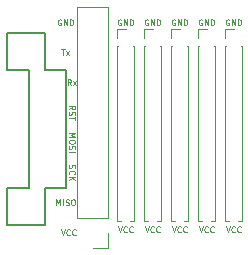
<source format=gbr>
G04 #@! TF.FileFunction,Legend,Top*
%FSLAX46Y46*%
G04 Gerber Fmt 4.6, Leading zero omitted, Abs format (unit mm)*
G04 Created by KiCad (PCBNEW 4.0.7) date Fri Oct 27 13:36:46 2017*
%MOMM*%
%LPD*%
G01*
G04 APERTURE LIST*
%ADD10C,0.100000*%
%ADD11C,0.125000*%
%ADD12C,0.150000*%
%ADD13C,0.120000*%
G04 APERTURE END LIST*
D10*
D11*
X151479334Y-117836190D02*
X151646001Y-118336190D01*
X151812667Y-117836190D01*
X152265048Y-118288571D02*
X152241238Y-118312381D01*
X152169810Y-118336190D01*
X152122191Y-118336190D01*
X152050762Y-118312381D01*
X152003143Y-118264762D01*
X151979334Y-118217143D01*
X151955524Y-118121905D01*
X151955524Y-118050476D01*
X151979334Y-117955238D01*
X152003143Y-117907619D01*
X152050762Y-117860000D01*
X152122191Y-117836190D01*
X152169810Y-117836190D01*
X152241238Y-117860000D01*
X152265048Y-117883810D01*
X152765048Y-118288571D02*
X152741238Y-118312381D01*
X152669810Y-118336190D01*
X152622191Y-118336190D01*
X152550762Y-118312381D01*
X152503143Y-118264762D01*
X152479334Y-118217143D01*
X152455524Y-118121905D01*
X152455524Y-118050476D01*
X152479334Y-117955238D01*
X152503143Y-117907619D01*
X152550762Y-117860000D01*
X152622191Y-117836190D01*
X152669810Y-117836190D01*
X152741238Y-117860000D01*
X152765048Y-117883810D01*
X149193334Y-117836190D02*
X149360001Y-118336190D01*
X149526667Y-117836190D01*
X149979048Y-118288571D02*
X149955238Y-118312381D01*
X149883810Y-118336190D01*
X149836191Y-118336190D01*
X149764762Y-118312381D01*
X149717143Y-118264762D01*
X149693334Y-118217143D01*
X149669524Y-118121905D01*
X149669524Y-118050476D01*
X149693334Y-117955238D01*
X149717143Y-117907619D01*
X149764762Y-117860000D01*
X149836191Y-117836190D01*
X149883810Y-117836190D01*
X149955238Y-117860000D01*
X149979048Y-117883810D01*
X150479048Y-118288571D02*
X150455238Y-118312381D01*
X150383810Y-118336190D01*
X150336191Y-118336190D01*
X150264762Y-118312381D01*
X150217143Y-118264762D01*
X150193334Y-118217143D01*
X150169524Y-118121905D01*
X150169524Y-118050476D01*
X150193334Y-117955238D01*
X150217143Y-117907619D01*
X150264762Y-117860000D01*
X150336191Y-117836190D01*
X150383810Y-117836190D01*
X150455238Y-117860000D01*
X150479048Y-117883810D01*
X146907334Y-117836190D02*
X147074001Y-118336190D01*
X147240667Y-117836190D01*
X147693048Y-118288571D02*
X147669238Y-118312381D01*
X147597810Y-118336190D01*
X147550191Y-118336190D01*
X147478762Y-118312381D01*
X147431143Y-118264762D01*
X147407334Y-118217143D01*
X147383524Y-118121905D01*
X147383524Y-118050476D01*
X147407334Y-117955238D01*
X147431143Y-117907619D01*
X147478762Y-117860000D01*
X147550191Y-117836190D01*
X147597810Y-117836190D01*
X147669238Y-117860000D01*
X147693048Y-117883810D01*
X148193048Y-118288571D02*
X148169238Y-118312381D01*
X148097810Y-118336190D01*
X148050191Y-118336190D01*
X147978762Y-118312381D01*
X147931143Y-118264762D01*
X147907334Y-118217143D01*
X147883524Y-118121905D01*
X147883524Y-118050476D01*
X147907334Y-117955238D01*
X147931143Y-117907619D01*
X147978762Y-117860000D01*
X148050191Y-117836190D01*
X148097810Y-117836190D01*
X148169238Y-117860000D01*
X148193048Y-117883810D01*
X144621334Y-117836190D02*
X144788001Y-118336190D01*
X144954667Y-117836190D01*
X145407048Y-118288571D02*
X145383238Y-118312381D01*
X145311810Y-118336190D01*
X145264191Y-118336190D01*
X145192762Y-118312381D01*
X145145143Y-118264762D01*
X145121334Y-118217143D01*
X145097524Y-118121905D01*
X145097524Y-118050476D01*
X145121334Y-117955238D01*
X145145143Y-117907619D01*
X145192762Y-117860000D01*
X145264191Y-117836190D01*
X145311810Y-117836190D01*
X145383238Y-117860000D01*
X145407048Y-117883810D01*
X145907048Y-118288571D02*
X145883238Y-118312381D01*
X145811810Y-118336190D01*
X145764191Y-118336190D01*
X145692762Y-118312381D01*
X145645143Y-118264762D01*
X145621334Y-118217143D01*
X145597524Y-118121905D01*
X145597524Y-118050476D01*
X145621334Y-117955238D01*
X145645143Y-117907619D01*
X145692762Y-117860000D01*
X145764191Y-117836190D01*
X145811810Y-117836190D01*
X145883238Y-117860000D01*
X145907048Y-117883810D01*
X142335334Y-117836190D02*
X142502001Y-118336190D01*
X142668667Y-117836190D01*
X143121048Y-118288571D02*
X143097238Y-118312381D01*
X143025810Y-118336190D01*
X142978191Y-118336190D01*
X142906762Y-118312381D01*
X142859143Y-118264762D01*
X142835334Y-118217143D01*
X142811524Y-118121905D01*
X142811524Y-118050476D01*
X142835334Y-117955238D01*
X142859143Y-117907619D01*
X142906762Y-117860000D01*
X142978191Y-117836190D01*
X143025810Y-117836190D01*
X143097238Y-117860000D01*
X143121048Y-117883810D01*
X143621048Y-118288571D02*
X143597238Y-118312381D01*
X143525810Y-118336190D01*
X143478191Y-118336190D01*
X143406762Y-118312381D01*
X143359143Y-118264762D01*
X143335334Y-118217143D01*
X143311524Y-118121905D01*
X143311524Y-118050476D01*
X143335334Y-117955238D01*
X143359143Y-117907619D01*
X143406762Y-117860000D01*
X143478191Y-117836190D01*
X143525810Y-117836190D01*
X143597238Y-117860000D01*
X143621048Y-117883810D01*
X151765047Y-100334000D02*
X151717428Y-100310190D01*
X151646000Y-100310190D01*
X151574571Y-100334000D01*
X151526952Y-100381619D01*
X151503143Y-100429238D01*
X151479333Y-100524476D01*
X151479333Y-100595905D01*
X151503143Y-100691143D01*
X151526952Y-100738762D01*
X151574571Y-100786381D01*
X151646000Y-100810190D01*
X151693619Y-100810190D01*
X151765047Y-100786381D01*
X151788857Y-100762571D01*
X151788857Y-100595905D01*
X151693619Y-100595905D01*
X152003143Y-100810190D02*
X152003143Y-100310190D01*
X152288857Y-100810190D01*
X152288857Y-100310190D01*
X152526953Y-100810190D02*
X152526953Y-100310190D01*
X152646000Y-100310190D01*
X152717429Y-100334000D01*
X152765048Y-100381619D01*
X152788857Y-100429238D01*
X152812667Y-100524476D01*
X152812667Y-100595905D01*
X152788857Y-100691143D01*
X152765048Y-100738762D01*
X152717429Y-100786381D01*
X152646000Y-100810190D01*
X152526953Y-100810190D01*
X149479047Y-100334000D02*
X149431428Y-100310190D01*
X149360000Y-100310190D01*
X149288571Y-100334000D01*
X149240952Y-100381619D01*
X149217143Y-100429238D01*
X149193333Y-100524476D01*
X149193333Y-100595905D01*
X149217143Y-100691143D01*
X149240952Y-100738762D01*
X149288571Y-100786381D01*
X149360000Y-100810190D01*
X149407619Y-100810190D01*
X149479047Y-100786381D01*
X149502857Y-100762571D01*
X149502857Y-100595905D01*
X149407619Y-100595905D01*
X149717143Y-100810190D02*
X149717143Y-100310190D01*
X150002857Y-100810190D01*
X150002857Y-100310190D01*
X150240953Y-100810190D02*
X150240953Y-100310190D01*
X150360000Y-100310190D01*
X150431429Y-100334000D01*
X150479048Y-100381619D01*
X150502857Y-100429238D01*
X150526667Y-100524476D01*
X150526667Y-100595905D01*
X150502857Y-100691143D01*
X150479048Y-100738762D01*
X150431429Y-100786381D01*
X150360000Y-100810190D01*
X150240953Y-100810190D01*
X147193047Y-100334000D02*
X147145428Y-100310190D01*
X147074000Y-100310190D01*
X147002571Y-100334000D01*
X146954952Y-100381619D01*
X146931143Y-100429238D01*
X146907333Y-100524476D01*
X146907333Y-100595905D01*
X146931143Y-100691143D01*
X146954952Y-100738762D01*
X147002571Y-100786381D01*
X147074000Y-100810190D01*
X147121619Y-100810190D01*
X147193047Y-100786381D01*
X147216857Y-100762571D01*
X147216857Y-100595905D01*
X147121619Y-100595905D01*
X147431143Y-100810190D02*
X147431143Y-100310190D01*
X147716857Y-100810190D01*
X147716857Y-100310190D01*
X147954953Y-100810190D02*
X147954953Y-100310190D01*
X148074000Y-100310190D01*
X148145429Y-100334000D01*
X148193048Y-100381619D01*
X148216857Y-100429238D01*
X148240667Y-100524476D01*
X148240667Y-100595905D01*
X148216857Y-100691143D01*
X148193048Y-100738762D01*
X148145429Y-100786381D01*
X148074000Y-100810190D01*
X147954953Y-100810190D01*
X144907047Y-100334000D02*
X144859428Y-100310190D01*
X144788000Y-100310190D01*
X144716571Y-100334000D01*
X144668952Y-100381619D01*
X144645143Y-100429238D01*
X144621333Y-100524476D01*
X144621333Y-100595905D01*
X144645143Y-100691143D01*
X144668952Y-100738762D01*
X144716571Y-100786381D01*
X144788000Y-100810190D01*
X144835619Y-100810190D01*
X144907047Y-100786381D01*
X144930857Y-100762571D01*
X144930857Y-100595905D01*
X144835619Y-100595905D01*
X145145143Y-100810190D02*
X145145143Y-100310190D01*
X145430857Y-100810190D01*
X145430857Y-100310190D01*
X145668953Y-100810190D02*
X145668953Y-100310190D01*
X145788000Y-100310190D01*
X145859429Y-100334000D01*
X145907048Y-100381619D01*
X145930857Y-100429238D01*
X145954667Y-100524476D01*
X145954667Y-100595905D01*
X145930857Y-100691143D01*
X145907048Y-100738762D01*
X145859429Y-100786381D01*
X145788000Y-100810190D01*
X145668953Y-100810190D01*
X142621047Y-100334000D02*
X142573428Y-100310190D01*
X142502000Y-100310190D01*
X142430571Y-100334000D01*
X142382952Y-100381619D01*
X142359143Y-100429238D01*
X142335333Y-100524476D01*
X142335333Y-100595905D01*
X142359143Y-100691143D01*
X142382952Y-100738762D01*
X142430571Y-100786381D01*
X142502000Y-100810190D01*
X142549619Y-100810190D01*
X142621047Y-100786381D01*
X142644857Y-100762571D01*
X142644857Y-100595905D01*
X142549619Y-100595905D01*
X142859143Y-100810190D02*
X142859143Y-100310190D01*
X143144857Y-100810190D01*
X143144857Y-100310190D01*
X143382953Y-100810190D02*
X143382953Y-100310190D01*
X143502000Y-100310190D01*
X143573429Y-100334000D01*
X143621048Y-100381619D01*
X143644857Y-100429238D01*
X143668667Y-100524476D01*
X143668667Y-100595905D01*
X143644857Y-100691143D01*
X143621048Y-100738762D01*
X143573429Y-100786381D01*
X143502000Y-100810190D01*
X143382953Y-100810190D01*
X137509334Y-118090190D02*
X137676001Y-118590190D01*
X137842667Y-118090190D01*
X138295048Y-118542571D02*
X138271238Y-118566381D01*
X138199810Y-118590190D01*
X138152191Y-118590190D01*
X138080762Y-118566381D01*
X138033143Y-118518762D01*
X138009334Y-118471143D01*
X137985524Y-118375905D01*
X137985524Y-118304476D01*
X138009334Y-118209238D01*
X138033143Y-118161619D01*
X138080762Y-118114000D01*
X138152191Y-118090190D01*
X138199810Y-118090190D01*
X138271238Y-118114000D01*
X138295048Y-118137810D01*
X138795048Y-118542571D02*
X138771238Y-118566381D01*
X138699810Y-118590190D01*
X138652191Y-118590190D01*
X138580762Y-118566381D01*
X138533143Y-118518762D01*
X138509334Y-118471143D01*
X138485524Y-118375905D01*
X138485524Y-118304476D01*
X138509334Y-118209238D01*
X138533143Y-118161619D01*
X138580762Y-118114000D01*
X138652191Y-118090190D01*
X138699810Y-118090190D01*
X138771238Y-118114000D01*
X138795048Y-118137810D01*
X137136286Y-116050190D02*
X137136286Y-115550190D01*
X137302952Y-115907333D01*
X137469619Y-115550190D01*
X137469619Y-116050190D01*
X137707715Y-116050190D02*
X137707715Y-115550190D01*
X137922000Y-116026381D02*
X137993429Y-116050190D01*
X138112476Y-116050190D01*
X138160095Y-116026381D01*
X138183905Y-116002571D01*
X138207714Y-115954952D01*
X138207714Y-115907333D01*
X138183905Y-115859714D01*
X138160095Y-115835905D01*
X138112476Y-115812095D01*
X138017238Y-115788286D01*
X137969619Y-115764476D01*
X137945810Y-115740667D01*
X137922000Y-115693048D01*
X137922000Y-115645429D01*
X137945810Y-115597810D01*
X137969619Y-115574000D01*
X138017238Y-115550190D01*
X138136286Y-115550190D01*
X138207714Y-115574000D01*
X138517238Y-115550190D02*
X138612476Y-115550190D01*
X138660095Y-115574000D01*
X138707714Y-115621619D01*
X138731523Y-115716857D01*
X138731523Y-115883524D01*
X138707714Y-115978762D01*
X138660095Y-116026381D01*
X138612476Y-116050190D01*
X138517238Y-116050190D01*
X138469619Y-116026381D01*
X138422000Y-115978762D01*
X138398190Y-115883524D01*
X138398190Y-115716857D01*
X138422000Y-115621619D01*
X138469619Y-115574000D01*
X138517238Y-115550190D01*
X138227619Y-112641143D02*
X138203810Y-112712572D01*
X138203810Y-112831619D01*
X138227619Y-112879238D01*
X138251429Y-112903048D01*
X138299048Y-112926857D01*
X138346667Y-112926857D01*
X138394286Y-112903048D01*
X138418095Y-112879238D01*
X138441905Y-112831619D01*
X138465714Y-112736381D01*
X138489524Y-112688762D01*
X138513333Y-112664953D01*
X138560952Y-112641143D01*
X138608571Y-112641143D01*
X138656190Y-112664953D01*
X138680000Y-112688762D01*
X138703810Y-112736381D01*
X138703810Y-112855429D01*
X138680000Y-112926857D01*
X138251429Y-113426857D02*
X138227619Y-113403047D01*
X138203810Y-113331619D01*
X138203810Y-113284000D01*
X138227619Y-113212571D01*
X138275238Y-113164952D01*
X138322857Y-113141143D01*
X138418095Y-113117333D01*
X138489524Y-113117333D01*
X138584762Y-113141143D01*
X138632381Y-113164952D01*
X138680000Y-113212571D01*
X138703810Y-113284000D01*
X138703810Y-113331619D01*
X138680000Y-113403047D01*
X138656190Y-113426857D01*
X138203810Y-113641143D02*
X138703810Y-113641143D01*
X138203810Y-113926857D02*
X138489524Y-113712571D01*
X138703810Y-113926857D02*
X138418095Y-113641143D01*
X138203810Y-109958286D02*
X138703810Y-109958286D01*
X138346667Y-110124952D01*
X138703810Y-110291619D01*
X138203810Y-110291619D01*
X138703810Y-110624953D02*
X138703810Y-110720191D01*
X138680000Y-110767810D01*
X138632381Y-110815429D01*
X138537143Y-110839238D01*
X138370476Y-110839238D01*
X138275238Y-110815429D01*
X138227619Y-110767810D01*
X138203810Y-110720191D01*
X138203810Y-110624953D01*
X138227619Y-110577334D01*
X138275238Y-110529715D01*
X138370476Y-110505905D01*
X138537143Y-110505905D01*
X138632381Y-110529715D01*
X138680000Y-110577334D01*
X138703810Y-110624953D01*
X138227619Y-111029715D02*
X138203810Y-111101144D01*
X138203810Y-111220191D01*
X138227619Y-111267810D01*
X138251429Y-111291620D01*
X138299048Y-111315429D01*
X138346667Y-111315429D01*
X138394286Y-111291620D01*
X138418095Y-111267810D01*
X138441905Y-111220191D01*
X138465714Y-111124953D01*
X138489524Y-111077334D01*
X138513333Y-111053525D01*
X138560952Y-111029715D01*
X138608571Y-111029715D01*
X138656190Y-111053525D01*
X138680000Y-111077334D01*
X138703810Y-111124953D01*
X138703810Y-111244001D01*
X138680000Y-111315429D01*
X138203810Y-111529715D02*
X138703810Y-111529715D01*
X138203810Y-107930191D02*
X138441905Y-107763524D01*
X138203810Y-107644477D02*
X138703810Y-107644477D01*
X138703810Y-107834953D01*
X138680000Y-107882572D01*
X138656190Y-107906381D01*
X138608571Y-107930191D01*
X138537143Y-107930191D01*
X138489524Y-107906381D01*
X138465714Y-107882572D01*
X138441905Y-107834953D01*
X138441905Y-107644477D01*
X138227619Y-108120667D02*
X138203810Y-108192096D01*
X138203810Y-108311143D01*
X138227619Y-108358762D01*
X138251429Y-108382572D01*
X138299048Y-108406381D01*
X138346667Y-108406381D01*
X138394286Y-108382572D01*
X138418095Y-108358762D01*
X138441905Y-108311143D01*
X138465714Y-108215905D01*
X138489524Y-108168286D01*
X138513333Y-108144477D01*
X138560952Y-108120667D01*
X138608571Y-108120667D01*
X138656190Y-108144477D01*
X138680000Y-108168286D01*
X138703810Y-108215905D01*
X138703810Y-108334953D01*
X138680000Y-108406381D01*
X138703810Y-108549238D02*
X138703810Y-108834952D01*
X138203810Y-108692095D02*
X138703810Y-108692095D01*
X138382381Y-105890190D02*
X138215714Y-105652095D01*
X138096667Y-105890190D02*
X138096667Y-105390190D01*
X138287143Y-105390190D01*
X138334762Y-105414000D01*
X138358571Y-105437810D01*
X138382381Y-105485429D01*
X138382381Y-105556857D01*
X138358571Y-105604476D01*
X138334762Y-105628286D01*
X138287143Y-105652095D01*
X138096667Y-105652095D01*
X138549048Y-105890190D02*
X138810952Y-105556857D01*
X138549048Y-105556857D02*
X138810952Y-105890190D01*
X137576762Y-102850190D02*
X137862476Y-102850190D01*
X137719619Y-103350190D02*
X137719619Y-102850190D01*
X137981524Y-103350190D02*
X138243428Y-103016857D01*
X137981524Y-103016857D02*
X138243428Y-103350190D01*
X137541047Y-100334000D02*
X137493428Y-100310190D01*
X137422000Y-100310190D01*
X137350571Y-100334000D01*
X137302952Y-100381619D01*
X137279143Y-100429238D01*
X137255333Y-100524476D01*
X137255333Y-100595905D01*
X137279143Y-100691143D01*
X137302952Y-100738762D01*
X137350571Y-100786381D01*
X137422000Y-100810190D01*
X137469619Y-100810190D01*
X137541047Y-100786381D01*
X137564857Y-100762571D01*
X137564857Y-100595905D01*
X137469619Y-100595905D01*
X137779143Y-100810190D02*
X137779143Y-100310190D01*
X138064857Y-100810190D01*
X138064857Y-100310190D01*
X138302953Y-100810190D02*
X138302953Y-100310190D01*
X138422000Y-100310190D01*
X138493429Y-100334000D01*
X138541048Y-100381619D01*
X138564857Y-100429238D01*
X138588667Y-100524476D01*
X138588667Y-100595905D01*
X138564857Y-100691143D01*
X138541048Y-100738762D01*
X138493429Y-100786381D01*
X138422000Y-100810190D01*
X138302953Y-100810190D01*
D12*
X137973000Y-104586000D02*
X137973000Y-114486000D01*
X134823000Y-104586000D02*
X134823000Y-114636000D01*
X134823000Y-104586000D02*
X132948000Y-104586000D01*
X134823000Y-114636000D02*
X132948000Y-114636000D01*
X132948000Y-104586000D02*
X132948000Y-101486000D01*
X132948000Y-114636000D02*
X132948000Y-117736000D01*
X132948000Y-101486000D02*
X136198000Y-101486000D01*
X132948000Y-117736000D02*
X136198000Y-117736000D01*
X136198000Y-101486000D02*
X136198000Y-104586000D01*
X136198000Y-117736000D02*
X136198000Y-114606000D01*
X136198000Y-104586000D02*
X137973000Y-104586000D01*
X136198000Y-114556000D02*
X137973000Y-114556000D01*
D13*
X141538000Y-99254000D02*
X138878000Y-99254000D01*
X141538000Y-117094000D02*
X141538000Y-99254000D01*
X138878000Y-117094000D02*
X138878000Y-99254000D01*
X141538000Y-117094000D02*
X138878000Y-117094000D01*
X141538000Y-118364000D02*
X141538000Y-119694000D01*
X141538000Y-119694000D02*
X140208000Y-119694000D01*
X142307000Y-117414000D02*
X142607507Y-117414000D01*
X143396493Y-117414000D02*
X143697000Y-117414000D01*
X142307000Y-102539000D02*
X142307000Y-117414000D01*
X143697000Y-102539000D02*
X143697000Y-117414000D01*
X142307000Y-102539000D02*
X142393724Y-102539000D01*
X143610276Y-102539000D02*
X143697000Y-102539000D01*
X142307000Y-101854000D02*
X142307000Y-101169000D01*
X142307000Y-101169000D02*
X143002000Y-101169000D01*
X149165000Y-117414000D02*
X149465507Y-117414000D01*
X150254493Y-117414000D02*
X150555000Y-117414000D01*
X149165000Y-102539000D02*
X149165000Y-117414000D01*
X150555000Y-102539000D02*
X150555000Y-117414000D01*
X149165000Y-102539000D02*
X149251724Y-102539000D01*
X150468276Y-102539000D02*
X150555000Y-102539000D01*
X149165000Y-101854000D02*
X149165000Y-101169000D01*
X149165000Y-101169000D02*
X149860000Y-101169000D01*
X151451000Y-117414000D02*
X151751507Y-117414000D01*
X152540493Y-117414000D02*
X152841000Y-117414000D01*
X151451000Y-102539000D02*
X151451000Y-117414000D01*
X152841000Y-102539000D02*
X152841000Y-117414000D01*
X151451000Y-102539000D02*
X151537724Y-102539000D01*
X152754276Y-102539000D02*
X152841000Y-102539000D01*
X151451000Y-101854000D02*
X151451000Y-101169000D01*
X151451000Y-101169000D02*
X152146000Y-101169000D01*
X146879000Y-117414000D02*
X147179507Y-117414000D01*
X147968493Y-117414000D02*
X148269000Y-117414000D01*
X146879000Y-102539000D02*
X146879000Y-117414000D01*
X148269000Y-102539000D02*
X148269000Y-117414000D01*
X146879000Y-102539000D02*
X146965724Y-102539000D01*
X148182276Y-102539000D02*
X148269000Y-102539000D01*
X146879000Y-101854000D02*
X146879000Y-101169000D01*
X146879000Y-101169000D02*
X147574000Y-101169000D01*
X144593000Y-117414000D02*
X144893507Y-117414000D01*
X145682493Y-117414000D02*
X145983000Y-117414000D01*
X144593000Y-102539000D02*
X144593000Y-117414000D01*
X145983000Y-102539000D02*
X145983000Y-117414000D01*
X144593000Y-102539000D02*
X144679724Y-102539000D01*
X145896276Y-102539000D02*
X145983000Y-102539000D01*
X144593000Y-101854000D02*
X144593000Y-101169000D01*
X144593000Y-101169000D02*
X145288000Y-101169000D01*
D12*
M02*

</source>
